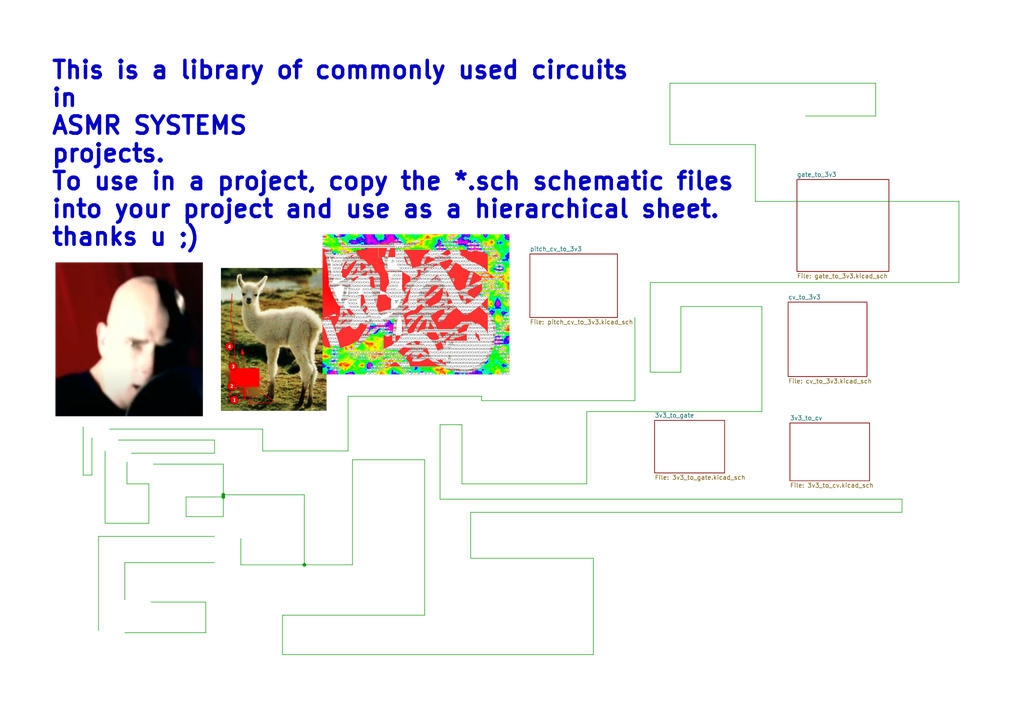
<source format=kicad_sch>
(kicad_sch (version 20211123) (generator eeschema)
  (paper "A4")
  (title_block (title "ASMR Common Circuits") (rev "1"))
  (lib_symbols)
  (junction (at 64.77 143.51))
  (junction (at 64.77 144.145))
  (junction (at 88.265 163.83))
  (wire (pts (xy 62.23 127.635) (xy 62.23 131.445)))
  (wire (pts (xy 278.13 58.42) (xy 219.075 58.42)))
  (wire (pts (xy 76.2 130.81) (xy 76.2 124.46)))
  (wire (pts (xy 194.31 41.91) (xy 194.31 24.13)))
  (wire (pts (xy 24.13 137.795) (xy 26.67 137.795)))
  (wire (pts (xy 81.915 178.435) (xy 81.915 189.865)))
  (wire (pts (xy 219.075 41.91) (xy 194.31 41.91)))
  (wire (pts (xy 127.635 144.78) (xy 127.635 123.19)))
  (wire (pts (xy 170.18 119.38) (xy 220.98 119.38)))
  (wire (pts (xy 30.48 151.765) (xy 43.18 151.765)))
  (wire (pts (xy 136.525 161.925) (xy 136.525 148.59)))
  (wire (pts (xy 219.075 58.42) (xy 219.075 41.91)))
  (wire (pts (xy 64.77 134.62) (xy 64.77 143.51)))
  (wire (pts (xy 81.915 189.865) (xy 172.085 189.865)))
  (wire (pts (xy 36.83 140.335) (xy 36.83 133.985)))
  (wire (pts (xy 62.23 131.445) (xy 38.1 131.445)))
  (wire (pts (xy 30.48 130.81) (xy 30.48 151.765)))
  (wire (pts (xy 36.195 183.515) (xy 59.69 183.515)))
  (wire (pts (xy 172.085 189.865) (xy 172.085 161.925)))
  (wire (pts (xy 123.19 178.435) (xy 81.915 178.435)))
  (wire (pts (xy 43.18 140.335) (xy 36.83 140.335)))
  (wire (pts (xy 69.85 163.83) (xy 88.265 163.83)))
  (wire (pts (xy 36.195 173.99) (xy 36.195 163.195)))
  (wire (pts (xy 36.195 163.195) (xy 62.23 163.195)))
  (wire (pts (xy 133.985 140.335) (xy 170.18 140.335)))
  (wire (pts (xy 26.67 137.795) (xy 26.67 127)))
  (wire (pts (xy 53.975 144.145) (xy 53.975 149.86)))
  (wire (pts (xy 44.45 134.62) (xy 64.77 134.62)))
  (wire (pts (xy 43.18 151.765) (xy 43.18 140.335)))
  (wire (pts (xy 220.98 119.38) (xy 220.98 88.9)))
  (wire (pts (xy 100.965 130.81) (xy 76.2 130.81)))
  (wire (pts (xy 254 33.655) (xy 233.68 33.655)))
  (wire (pts (xy 64.77 144.145) (xy 64.77 149.86)))
  (wire (pts (xy 139.7 114.935) (xy 100.965 114.935)))
  (wire (pts (xy 123.19 133.35) (xy 123.19 178.435)))
  (wire (pts (xy 64.77 143.51) (xy 64.77 144.145)))
  (wire (pts (xy 34.29 127.635) (xy 62.23 127.635)))
  (wire (pts (xy 76.2 124.46) (xy 31.75 124.46)))
  (wire (pts (xy 59.69 174.625) (xy 43.815 174.625)))
  (wire (pts (xy 53.975 149.86) (xy 64.77 149.86)))
  (wire (pts (xy 88.265 143.51) (xy 88.265 163.83)))
  (wire (pts (xy 188.595 81.915) (xy 278.13 81.915)))
  (wire (pts (xy 220.98 88.9) (xy 197.485 88.9)))
  (wire (pts (xy 170.18 140.335) (xy 170.18 119.38)))
  (wire (pts (xy 127.635 123.19) (xy 133.985 123.19)))
  (wire (pts (xy 24.13 123.825) (xy 24.13 137.795)))
  (wire (pts (xy 102.235 133.35) (xy 123.19 133.35)))
  (wire (pts (xy 184.15 92.075) (xy 184.15 116.205)))
  (wire (pts (xy 254 24.13) (xy 254 33.655)))
  (wire (pts (xy 62.23 155.575) (xy 28.575 155.575)))
  (wire (pts (xy 69.85 163.83) (xy 69.85 156.21)))
  (wire (pts (xy 139.7 116.205) (xy 139.7 114.935)))
  (wire (pts (xy 88.265 163.83) (xy 102.235 163.83)))
  (wire (pts (xy 188.595 107.95) (xy 188.595 81.915)))
  (wire (pts (xy 133.985 123.19) (xy 133.985 140.335)))
  (wire (pts (xy 64.77 143.51) (xy 88.265 143.51)))
  (wire (pts (xy 261.62 148.59) (xy 261.62 144.78)))
  (wire (pts (xy 102.235 163.83) (xy 102.235 133.35)))
  (wire (pts (xy 64.77 144.145) (xy 53.975 144.145)))
  (wire (pts (xy 100.965 114.935) (xy 100.965 130.81)))
  (wire (pts (xy 278.13 81.915) (xy 278.13 58.42)))
  (wire (pts (xy 59.69 183.515) (xy 59.69 174.625)))
  (wire (pts (xy 136.525 148.59) (xy 261.62 148.59)))
  (wire (pts (xy 172.085 161.925) (xy 136.525 161.925)))
  (wire (pts (xy 28.575 155.575) (xy 28.575 182.88)))
  (wire (pts (xy 197.485 88.9) (xy 197.485 107.95)))
  (wire (pts (xy 194.31 24.13) (xy 254 24.13)))
  (wire (pts (xy 261.62 144.78) (xy 127.635 144.78)))
  (wire (pts (xy 197.485 107.95) (xy 188.595 107.95)))
  (wire (pts (xy 184.15 116.205) (xy 139.7 116.205)))
  (image (at 120.65 88.265))
  (image (at 37.465 98.425))
  (image (at 79.375 98.425))
  (text "This is a library of commonly used circuits \nin \nASMR SYSTEMS \nprojects.\nTo use in a project, copy the *.sch schematic files\ninto your project and use as a hierarchical sheet.\nthanks u ;)" (at 14.605 71.755 0) (effects (font (size 5.0038 5.0038) (thickness 1.0008) bold) (justify left bottom)))
  (sheet (at 153.67 73.66) (size 25.4 18.415)
    (property "Sheet name" "pitch_cv_to_3v3" (at 153.67 72.9484 0) (effects (justify left bottom)))
    (property "Sheet file" "pitch_cv_to_3v3.kicad_sch" (at 153.67 92.6596 0) (effects (justify left top)))
  )
  (sheet (at 189.865 121.92) (size 20.32 15.24)
    (property "Sheet name" "3v3_to_gate" (at 189.865 121.2084 0) (effects (justify left bottom)))
    (property "Sheet file" "3v3_to_gate.kicad_sch" (at 189.865 137.7446 0) (effects (justify left top)))
  )
  (sheet (at 229.108 122.682) (size 23.114 16.764)
    (property "Sheet name" "3v3_to_cv" (at 229.108 121.9704 0) (effects (justify left bottom)))
    (property "Sheet file" "3v3_to_cv.kicad_sch" (at 229.108 140.0306 0) (effects (justify left top)))
  )
  (sheet (at 228.6 87.63) (size 22.86 21.59)
    (property "Sheet name" "cv_to_3v3" (at 228.6 86.9184 0) (effects (justify left bottom)))
    (property "Sheet file" "cv_to_3v3.kicad_sch" (at 228.6 109.8046 0) (effects (justify left top)))
  )
  (sheet (at 231.14 52.07) (size 26.67 26.67)
    (property "Sheet name" "gate_to_3v3" (at 231.14 51.3584 0) (effects (justify left bottom)))
    (property "Sheet file" "gate_to_3v3.kicad_sch" (at 231.14 79.3246 0) (effects (justify left top)))
  )
)
</source>
